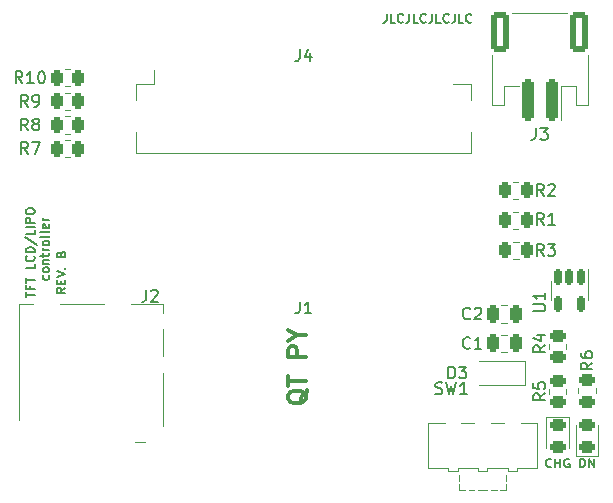
<source format=gbr>
%TF.GenerationSoftware,KiCad,Pcbnew,(6.0.6)*%
%TF.CreationDate,2022-12-14T10:50:40-06:00*%
%TF.ProjectId,Realm Card,5265616c-6d20-4436-9172-642e6b696361,A*%
%TF.SameCoordinates,Original*%
%TF.FileFunction,Legend,Top*%
%TF.FilePolarity,Positive*%
%FSLAX46Y46*%
G04 Gerber Fmt 4.6, Leading zero omitted, Abs format (unit mm)*
G04 Created by KiCad (PCBNEW (6.0.6)) date 2022-12-14 10:50:40*
%MOMM*%
%LPD*%
G01*
G04 APERTURE LIST*
G04 Aperture macros list*
%AMRoundRect*
0 Rectangle with rounded corners*
0 $1 Rounding radius*
0 $2 $3 $4 $5 $6 $7 $8 $9 X,Y pos of 4 corners*
0 Add a 4 corners polygon primitive as box body*
4,1,4,$2,$3,$4,$5,$6,$7,$8,$9,$2,$3,0*
0 Add four circle primitives for the rounded corners*
1,1,$1+$1,$2,$3*
1,1,$1+$1,$4,$5*
1,1,$1+$1,$6,$7*
1,1,$1+$1,$8,$9*
0 Add four rect primitives between the rounded corners*
20,1,$1+$1,$2,$3,$4,$5,0*
20,1,$1+$1,$4,$5,$6,$7,0*
20,1,$1+$1,$6,$7,$8,$9,0*
20,1,$1+$1,$8,$9,$2,$3,0*%
G04 Aperture macros list end*
%ADD10C,0.187500*%
%ADD11C,0.150000*%
%ADD12C,0.300000*%
%ADD13C,0.120000*%
%ADD14RoundRect,0.150000X-0.150000X0.512500X-0.150000X-0.512500X0.150000X-0.512500X0.150000X0.512500X0*%
%ADD15RoundRect,0.250000X-0.262500X-0.450000X0.262500X-0.450000X0.262500X0.450000X-0.262500X0.450000X0*%
%ADD16RoundRect,0.250000X0.262500X0.450000X-0.262500X0.450000X-0.262500X-0.450000X0.262500X-0.450000X0*%
%ADD17RoundRect,0.250000X-0.450000X0.262500X-0.450000X-0.262500X0.450000X-0.262500X0.450000X0.262500X0*%
%ADD18RoundRect,0.250000X-0.250000X-0.475000X0.250000X-0.475000X0.250000X0.475000X-0.250000X0.475000X0*%
%ADD19R,0.900000X1.200000*%
%ADD20RoundRect,0.243750X0.456250X-0.243750X0.456250X0.243750X-0.456250X0.243750X-0.456250X-0.243750X0*%
%ADD21R,0.850000X1.100000*%
%ADD22R,0.750000X1.100000*%
%ADD23R,1.200000X1.000000*%
%ADD24R,1.900000X1.350000*%
%ADD25R,1.170000X1.800000*%
%ADD26R,1.550000X1.350000*%
%ADD27RoundRect,0.250000X0.250000X1.500000X-0.250000X1.500000X-0.250000X-1.500000X0.250000X-1.500000X0*%
%ADD28RoundRect,0.250001X0.499999X1.449999X-0.499999X1.449999X-0.499999X-1.449999X0.499999X-1.449999X0*%
%ADD29C,0.900000*%
%ADD30R,1.250000X2.500000*%
%ADD31R,4.000000X1.700000*%
%ADD32R,0.300000X1.300000*%
%ADD33R,1.800000X2.200000*%
%ADD34RoundRect,0.243750X-0.456250X0.243750X-0.456250X-0.243750X0.456250X-0.243750X0.456250X0.243750X0*%
G04 APERTURE END LIST*
D10*
X48410714Y-39493285D02*
X48410714Y-38743285D01*
X48589285Y-38743285D01*
X48696428Y-38779000D01*
X48767857Y-38850428D01*
X48803571Y-38921857D01*
X48839285Y-39064714D01*
X48839285Y-39171857D01*
X48803571Y-39314714D01*
X48767857Y-39386142D01*
X48696428Y-39457571D01*
X48589285Y-39493285D01*
X48410714Y-39493285D01*
X49160714Y-39493285D02*
X49160714Y-38743285D01*
X49589285Y-39493285D01*
X49589285Y-38743285D01*
D11*
X32035714Y-1089285D02*
X32035714Y-1625000D01*
X32000000Y-1732142D01*
X31928571Y-1803571D01*
X31821428Y-1839285D01*
X31750000Y-1839285D01*
X32750000Y-1839285D02*
X32392857Y-1839285D01*
X32392857Y-1089285D01*
X33428571Y-1767857D02*
X33392857Y-1803571D01*
X33285714Y-1839285D01*
X33214285Y-1839285D01*
X33107142Y-1803571D01*
X33035714Y-1732142D01*
X33000000Y-1660714D01*
X32964285Y-1517857D01*
X32964285Y-1410714D01*
X33000000Y-1267857D01*
X33035714Y-1196428D01*
X33107142Y-1125000D01*
X33214285Y-1089285D01*
X33285714Y-1089285D01*
X33392857Y-1125000D01*
X33428571Y-1160714D01*
X33964285Y-1089285D02*
X33964285Y-1625000D01*
X33928571Y-1732142D01*
X33857142Y-1803571D01*
X33750000Y-1839285D01*
X33678571Y-1839285D01*
X34678571Y-1839285D02*
X34321428Y-1839285D01*
X34321428Y-1089285D01*
X35357142Y-1767857D02*
X35321428Y-1803571D01*
X35214285Y-1839285D01*
X35142857Y-1839285D01*
X35035714Y-1803571D01*
X34964285Y-1732142D01*
X34928571Y-1660714D01*
X34892857Y-1517857D01*
X34892857Y-1410714D01*
X34928571Y-1267857D01*
X34964285Y-1196428D01*
X35035714Y-1125000D01*
X35142857Y-1089285D01*
X35214285Y-1089285D01*
X35321428Y-1125000D01*
X35357142Y-1160714D01*
X35892857Y-1089285D02*
X35892857Y-1625000D01*
X35857142Y-1732142D01*
X35785714Y-1803571D01*
X35678571Y-1839285D01*
X35607142Y-1839285D01*
X36607142Y-1839285D02*
X36250000Y-1839285D01*
X36250000Y-1089285D01*
X37285714Y-1767857D02*
X37250000Y-1803571D01*
X37142857Y-1839285D01*
X37071428Y-1839285D01*
X36964285Y-1803571D01*
X36892857Y-1732142D01*
X36857142Y-1660714D01*
X36821428Y-1517857D01*
X36821428Y-1410714D01*
X36857142Y-1267857D01*
X36892857Y-1196428D01*
X36964285Y-1125000D01*
X37071428Y-1089285D01*
X37142857Y-1089285D01*
X37250000Y-1125000D01*
X37285714Y-1160714D01*
X37821428Y-1089285D02*
X37821428Y-1625000D01*
X37785714Y-1732142D01*
X37714285Y-1803571D01*
X37607142Y-1839285D01*
X37535714Y-1839285D01*
X38535714Y-1839285D02*
X38178571Y-1839285D01*
X38178571Y-1089285D01*
X39214285Y-1767857D02*
X39178571Y-1803571D01*
X39071428Y-1839285D01*
X39000000Y-1839285D01*
X38892857Y-1803571D01*
X38821428Y-1732142D01*
X38785714Y-1660714D01*
X38750000Y-1517857D01*
X38750000Y-1410714D01*
X38785714Y-1267857D01*
X38821428Y-1196428D01*
X38892857Y-1125000D01*
X39000000Y-1089285D01*
X39071428Y-1089285D01*
X39178571Y-1125000D01*
X39214285Y-1160714D01*
D12*
X25321428Y-32964285D02*
X25250000Y-33107142D01*
X25107142Y-33250000D01*
X24892857Y-33464285D01*
X24821428Y-33607142D01*
X24821428Y-33750000D01*
X25178571Y-33678571D02*
X25107142Y-33821428D01*
X24964285Y-33964285D01*
X24678571Y-34035714D01*
X24178571Y-34035714D01*
X23892857Y-33964285D01*
X23750000Y-33821428D01*
X23678571Y-33678571D01*
X23678571Y-33392857D01*
X23750000Y-33250000D01*
X23892857Y-33107142D01*
X24178571Y-33035714D01*
X24678571Y-33035714D01*
X24964285Y-33107142D01*
X25107142Y-33250000D01*
X25178571Y-33392857D01*
X25178571Y-33678571D01*
X23678571Y-32607142D02*
X23678571Y-31750000D01*
X25178571Y-32178571D02*
X23678571Y-32178571D01*
X25178571Y-30107142D02*
X23678571Y-30107142D01*
X23678571Y-29535714D01*
X23750000Y-29392857D01*
X23821428Y-29321428D01*
X23964285Y-29250000D01*
X24178571Y-29250000D01*
X24321428Y-29321428D01*
X24392857Y-29392857D01*
X24464285Y-29535714D01*
X24464285Y-30107142D01*
X24464285Y-28321428D02*
X25178571Y-28321428D01*
X23678571Y-28821428D02*
X24464285Y-28321428D01*
X23678571Y-27821428D01*
D10*
X1485535Y-25089285D02*
X1485535Y-24660714D01*
X2235535Y-24875000D02*
X1485535Y-24875000D01*
X1842678Y-24160714D02*
X1842678Y-24410714D01*
X2235535Y-24410714D02*
X1485535Y-24410714D01*
X1485535Y-24053571D01*
X1485535Y-23875000D02*
X1485535Y-23446428D01*
X2235535Y-23660714D02*
X1485535Y-23660714D01*
X2235535Y-22267857D02*
X2235535Y-22625000D01*
X1485535Y-22625000D01*
X2164107Y-21589285D02*
X2199821Y-21625000D01*
X2235535Y-21732142D01*
X2235535Y-21803571D01*
X2199821Y-21910714D01*
X2128392Y-21982142D01*
X2056964Y-22017857D01*
X1914107Y-22053571D01*
X1806964Y-22053571D01*
X1664107Y-22017857D01*
X1592678Y-21982142D01*
X1521250Y-21910714D01*
X1485535Y-21803571D01*
X1485535Y-21732142D01*
X1521250Y-21625000D01*
X1556964Y-21589285D01*
X2235535Y-21267857D02*
X1485535Y-21267857D01*
X1485535Y-21089285D01*
X1521250Y-20982142D01*
X1592678Y-20910714D01*
X1664107Y-20875000D01*
X1806964Y-20839285D01*
X1914107Y-20839285D01*
X2056964Y-20875000D01*
X2128392Y-20910714D01*
X2199821Y-20982142D01*
X2235535Y-21089285D01*
X2235535Y-21267857D01*
X1449821Y-19982142D02*
X2414107Y-20625000D01*
X2235535Y-19375000D02*
X2235535Y-19732142D01*
X1485535Y-19732142D01*
X2235535Y-19125000D02*
X1485535Y-19125000D01*
X2235535Y-18767857D02*
X1485535Y-18767857D01*
X1485535Y-18482142D01*
X1521250Y-18410714D01*
X1556964Y-18375000D01*
X1628392Y-18339285D01*
X1735535Y-18339285D01*
X1806964Y-18375000D01*
X1842678Y-18410714D01*
X1878392Y-18482142D01*
X1878392Y-18767857D01*
X1485535Y-17875000D02*
X1485535Y-17732142D01*
X1521250Y-17660714D01*
X1592678Y-17589285D01*
X1735535Y-17553571D01*
X1985535Y-17553571D01*
X2128392Y-17589285D01*
X2199821Y-17660714D01*
X2235535Y-17732142D01*
X2235535Y-17875000D01*
X2199821Y-17946428D01*
X2128392Y-18017857D01*
X1985535Y-18053571D01*
X1735535Y-18053571D01*
X1592678Y-18017857D01*
X1521250Y-17946428D01*
X1485535Y-17875000D01*
X3407321Y-23232142D02*
X3443035Y-23303571D01*
X3443035Y-23446428D01*
X3407321Y-23517857D01*
X3371607Y-23553571D01*
X3300178Y-23589285D01*
X3085892Y-23589285D01*
X3014464Y-23553571D01*
X2978750Y-23517857D01*
X2943035Y-23446428D01*
X2943035Y-23303571D01*
X2978750Y-23232142D01*
X3443035Y-22803571D02*
X3407321Y-22875000D01*
X3371607Y-22910714D01*
X3300178Y-22946428D01*
X3085892Y-22946428D01*
X3014464Y-22910714D01*
X2978750Y-22875000D01*
X2943035Y-22803571D01*
X2943035Y-22696428D01*
X2978750Y-22625000D01*
X3014464Y-22589285D01*
X3085892Y-22553571D01*
X3300178Y-22553571D01*
X3371607Y-22589285D01*
X3407321Y-22625000D01*
X3443035Y-22696428D01*
X3443035Y-22803571D01*
X2943035Y-22232142D02*
X3443035Y-22232142D01*
X3014464Y-22232142D02*
X2978750Y-22196428D01*
X2943035Y-22125000D01*
X2943035Y-22017857D01*
X2978750Y-21946428D01*
X3050178Y-21910714D01*
X3443035Y-21910714D01*
X2943035Y-21660714D02*
X2943035Y-21375000D01*
X2693035Y-21553571D02*
X3335892Y-21553571D01*
X3407321Y-21517857D01*
X3443035Y-21446428D01*
X3443035Y-21375000D01*
X3443035Y-21125000D02*
X2943035Y-21125000D01*
X3085892Y-21125000D02*
X3014464Y-21089285D01*
X2978750Y-21053571D01*
X2943035Y-20982142D01*
X2943035Y-20910714D01*
X3443035Y-20553571D02*
X3407321Y-20625000D01*
X3371607Y-20660714D01*
X3300178Y-20696428D01*
X3085892Y-20696428D01*
X3014464Y-20660714D01*
X2978750Y-20625000D01*
X2943035Y-20553571D01*
X2943035Y-20446428D01*
X2978750Y-20375000D01*
X3014464Y-20339285D01*
X3085892Y-20303571D01*
X3300178Y-20303571D01*
X3371607Y-20339285D01*
X3407321Y-20375000D01*
X3443035Y-20446428D01*
X3443035Y-20553571D01*
X3443035Y-19875000D02*
X3407321Y-19946428D01*
X3335892Y-19982142D01*
X2693035Y-19982142D01*
X3443035Y-19482142D02*
X3407321Y-19553571D01*
X3335892Y-19589285D01*
X2693035Y-19589285D01*
X3407321Y-18910714D02*
X3443035Y-18982142D01*
X3443035Y-19125000D01*
X3407321Y-19196428D01*
X3335892Y-19232142D01*
X3050178Y-19232142D01*
X2978750Y-19196428D01*
X2943035Y-19125000D01*
X2943035Y-18982142D01*
X2978750Y-18910714D01*
X3050178Y-18875000D01*
X3121607Y-18875000D01*
X3193035Y-19232142D01*
X3443035Y-18553571D02*
X2943035Y-18553571D01*
X3085892Y-18553571D02*
X3014464Y-18517857D01*
X2978750Y-18482142D01*
X2943035Y-18410714D01*
X2943035Y-18339285D01*
D11*
X4839285Y-24267857D02*
X4482142Y-24517857D01*
X4839285Y-24696428D02*
X4089285Y-24696428D01*
X4089285Y-24410714D01*
X4125000Y-24339285D01*
X4160714Y-24303571D01*
X4232142Y-24267857D01*
X4339285Y-24267857D01*
X4410714Y-24303571D01*
X4446428Y-24339285D01*
X4482142Y-24410714D01*
X4482142Y-24696428D01*
X4446428Y-23946428D02*
X4446428Y-23696428D01*
X4839285Y-23589285D02*
X4839285Y-23946428D01*
X4089285Y-23946428D01*
X4089285Y-23589285D01*
X4089285Y-23375000D02*
X4839285Y-23125000D01*
X4089285Y-22875000D01*
X4767857Y-22625000D02*
X4803571Y-22589285D01*
X4839285Y-22625000D01*
X4803571Y-22660714D01*
X4767857Y-22625000D01*
X4839285Y-22625000D01*
X4446428Y-21446428D02*
X4482142Y-21339285D01*
X4517857Y-21303571D01*
X4589285Y-21267857D01*
X4696428Y-21267857D01*
X4767857Y-21303571D01*
X4803571Y-21339285D01*
X4839285Y-21410714D01*
X4839285Y-21696428D01*
X4089285Y-21696428D01*
X4089285Y-21446428D01*
X4125000Y-21375000D01*
X4160714Y-21339285D01*
X4232142Y-21303571D01*
X4303571Y-21303571D01*
X4375000Y-21339285D01*
X4410714Y-21375000D01*
X4446428Y-21446428D01*
X4446428Y-21696428D01*
D10*
X45984285Y-39421857D02*
X45948571Y-39457571D01*
X45841428Y-39493285D01*
X45770000Y-39493285D01*
X45662857Y-39457571D01*
X45591428Y-39386142D01*
X45555714Y-39314714D01*
X45520000Y-39171857D01*
X45520000Y-39064714D01*
X45555714Y-38921857D01*
X45591428Y-38850428D01*
X45662857Y-38779000D01*
X45770000Y-38743285D01*
X45841428Y-38743285D01*
X45948571Y-38779000D01*
X45984285Y-38814714D01*
X46305714Y-39493285D02*
X46305714Y-38743285D01*
X46305714Y-39100428D02*
X46734285Y-39100428D01*
X46734285Y-39493285D02*
X46734285Y-38743285D01*
X47484285Y-38779000D02*
X47412857Y-38743285D01*
X47305714Y-38743285D01*
X47198571Y-38779000D01*
X47127142Y-38850428D01*
X47091428Y-38921857D01*
X47055714Y-39064714D01*
X47055714Y-39171857D01*
X47091428Y-39314714D01*
X47127142Y-39386142D01*
X47198571Y-39457571D01*
X47305714Y-39493285D01*
X47377142Y-39493285D01*
X47484285Y-39457571D01*
X47520000Y-39421857D01*
X47520000Y-39171857D01*
X47377142Y-39171857D01*
D11*
%TO.C,U1*%
X44452380Y-26261904D02*
X45261904Y-26261904D01*
X45357142Y-26214285D01*
X45404761Y-26166666D01*
X45452380Y-26071428D01*
X45452380Y-25880952D01*
X45404761Y-25785714D01*
X45357142Y-25738095D01*
X45261904Y-25690476D01*
X44452380Y-25690476D01*
X45452380Y-24690476D02*
X45452380Y-25261904D01*
X45452380Y-24976190D02*
X44452380Y-24976190D01*
X44595238Y-25071428D01*
X44690476Y-25166666D01*
X44738095Y-25261904D01*
%TO.C,R3*%
X45333333Y-21572380D02*
X45000000Y-21096190D01*
X44761904Y-21572380D02*
X44761904Y-20572380D01*
X45142857Y-20572380D01*
X45238095Y-20620000D01*
X45285714Y-20667619D01*
X45333333Y-20762857D01*
X45333333Y-20905714D01*
X45285714Y-21000952D01*
X45238095Y-21048571D01*
X45142857Y-21096190D01*
X44761904Y-21096190D01*
X45666666Y-20572380D02*
X46285714Y-20572380D01*
X45952380Y-20953333D01*
X46095238Y-20953333D01*
X46190476Y-21000952D01*
X46238095Y-21048571D01*
X46285714Y-21143809D01*
X46285714Y-21381904D01*
X46238095Y-21477142D01*
X46190476Y-21524761D01*
X46095238Y-21572380D01*
X45809523Y-21572380D01*
X45714285Y-21524761D01*
X45666666Y-21477142D01*
%TO.C,R1*%
X45333333Y-18952380D02*
X45000000Y-18476190D01*
X44761904Y-18952380D02*
X44761904Y-17952380D01*
X45142857Y-17952380D01*
X45238095Y-18000000D01*
X45285714Y-18047619D01*
X45333333Y-18142857D01*
X45333333Y-18285714D01*
X45285714Y-18380952D01*
X45238095Y-18428571D01*
X45142857Y-18476190D01*
X44761904Y-18476190D01*
X46285714Y-18952380D02*
X45714285Y-18952380D01*
X46000000Y-18952380D02*
X46000000Y-17952380D01*
X45904761Y-18095238D01*
X45809523Y-18190476D01*
X45714285Y-18238095D01*
%TO.C,R4*%
X45452380Y-29166666D02*
X44976190Y-29500000D01*
X45452380Y-29738095D02*
X44452380Y-29738095D01*
X44452380Y-29357142D01*
X44500000Y-29261904D01*
X44547619Y-29214285D01*
X44642857Y-29166666D01*
X44785714Y-29166666D01*
X44880952Y-29214285D01*
X44928571Y-29261904D01*
X44976190Y-29357142D01*
X44976190Y-29738095D01*
X44785714Y-28309523D02*
X45452380Y-28309523D01*
X44404761Y-28547619D02*
X45119047Y-28785714D01*
X45119047Y-28166666D01*
%TO.C,R9*%
X1658333Y-8952380D02*
X1325000Y-8476190D01*
X1086904Y-8952380D02*
X1086904Y-7952380D01*
X1467857Y-7952380D01*
X1563095Y-8000000D01*
X1610714Y-8047619D01*
X1658333Y-8142857D01*
X1658333Y-8285714D01*
X1610714Y-8380952D01*
X1563095Y-8428571D01*
X1467857Y-8476190D01*
X1086904Y-8476190D01*
X2134523Y-8952380D02*
X2325000Y-8952380D01*
X2420238Y-8904761D01*
X2467857Y-8857142D01*
X2563095Y-8714285D01*
X2610714Y-8523809D01*
X2610714Y-8142857D01*
X2563095Y-8047619D01*
X2515476Y-8000000D01*
X2420238Y-7952380D01*
X2229761Y-7952380D01*
X2134523Y-8000000D01*
X2086904Y-8047619D01*
X2039285Y-8142857D01*
X2039285Y-8380952D01*
X2086904Y-8476190D01*
X2134523Y-8523809D01*
X2229761Y-8571428D01*
X2420238Y-8571428D01*
X2515476Y-8523809D01*
X2563095Y-8476190D01*
X2610714Y-8380952D01*
%TO.C,C1*%
X39105333Y-29357142D02*
X39057714Y-29404761D01*
X38914857Y-29452380D01*
X38819619Y-29452380D01*
X38676761Y-29404761D01*
X38581523Y-29309523D01*
X38533904Y-29214285D01*
X38486285Y-29023809D01*
X38486285Y-28880952D01*
X38533904Y-28690476D01*
X38581523Y-28595238D01*
X38676761Y-28500000D01*
X38819619Y-28452380D01*
X38914857Y-28452380D01*
X39057714Y-28500000D01*
X39105333Y-28547619D01*
X40057714Y-29452380D02*
X39486285Y-29452380D01*
X39772000Y-29452380D02*
X39772000Y-28452380D01*
X39676761Y-28595238D01*
X39581523Y-28690476D01*
X39486285Y-28738095D01*
%TO.C,R10*%
X1182142Y-6952380D02*
X848809Y-6476190D01*
X610714Y-6952380D02*
X610714Y-5952380D01*
X991666Y-5952380D01*
X1086904Y-6000000D01*
X1134523Y-6047619D01*
X1182142Y-6142857D01*
X1182142Y-6285714D01*
X1134523Y-6380952D01*
X1086904Y-6428571D01*
X991666Y-6476190D01*
X610714Y-6476190D01*
X2134523Y-6952380D02*
X1563095Y-6952380D01*
X1848809Y-6952380D02*
X1848809Y-5952380D01*
X1753571Y-6095238D01*
X1658333Y-6190476D01*
X1563095Y-6238095D01*
X2753571Y-5952380D02*
X2848809Y-5952380D01*
X2944047Y-6000000D01*
X2991666Y-6047619D01*
X3039285Y-6142857D01*
X3086904Y-6333333D01*
X3086904Y-6571428D01*
X3039285Y-6761904D01*
X2991666Y-6857142D01*
X2944047Y-6904761D01*
X2848809Y-6952380D01*
X2753571Y-6952380D01*
X2658333Y-6904761D01*
X2610714Y-6857142D01*
X2563095Y-6761904D01*
X2515476Y-6571428D01*
X2515476Y-6333333D01*
X2563095Y-6142857D01*
X2610714Y-6047619D01*
X2658333Y-6000000D01*
X2753571Y-5952380D01*
%TO.C,D3*%
X37261904Y-31952380D02*
X37261904Y-30952380D01*
X37500000Y-30952380D01*
X37642857Y-31000000D01*
X37738095Y-31095238D01*
X37785714Y-31190476D01*
X37833333Y-31380952D01*
X37833333Y-31523809D01*
X37785714Y-31714285D01*
X37738095Y-31809523D01*
X37642857Y-31904761D01*
X37500000Y-31952380D01*
X37261904Y-31952380D01*
X38166666Y-30952380D02*
X38785714Y-30952380D01*
X38452380Y-31333333D01*
X38595238Y-31333333D01*
X38690476Y-31380952D01*
X38738095Y-31428571D01*
X38785714Y-31523809D01*
X38785714Y-31761904D01*
X38738095Y-31857142D01*
X38690476Y-31904761D01*
X38595238Y-31952380D01*
X38309523Y-31952380D01*
X38214285Y-31904761D01*
X38166666Y-31857142D01*
%TO.C,R7*%
X1658333Y-12952380D02*
X1325000Y-12476190D01*
X1086904Y-12952380D02*
X1086904Y-11952380D01*
X1467857Y-11952380D01*
X1563095Y-12000000D01*
X1610714Y-12047619D01*
X1658333Y-12142857D01*
X1658333Y-12285714D01*
X1610714Y-12380952D01*
X1563095Y-12428571D01*
X1467857Y-12476190D01*
X1086904Y-12476190D01*
X1991666Y-11952380D02*
X2658333Y-11952380D01*
X2229761Y-12952380D01*
%TO.C,J2*%
X11666666Y-24452380D02*
X11666666Y-25166666D01*
X11619047Y-25309523D01*
X11523809Y-25404761D01*
X11380952Y-25452380D01*
X11285714Y-25452380D01*
X12095238Y-24547619D02*
X12142857Y-24500000D01*
X12238095Y-24452380D01*
X12476190Y-24452380D01*
X12571428Y-24500000D01*
X12619047Y-24547619D01*
X12666666Y-24642857D01*
X12666666Y-24738095D01*
X12619047Y-24880952D01*
X12047619Y-25452380D01*
X12666666Y-25452380D01*
%TO.C,R8*%
X1658333Y-10952380D02*
X1325000Y-10476190D01*
X1086904Y-10952380D02*
X1086904Y-9952380D01*
X1467857Y-9952380D01*
X1563095Y-10000000D01*
X1610714Y-10047619D01*
X1658333Y-10142857D01*
X1658333Y-10285714D01*
X1610714Y-10380952D01*
X1563095Y-10428571D01*
X1467857Y-10476190D01*
X1086904Y-10476190D01*
X2229761Y-10380952D02*
X2134523Y-10333333D01*
X2086904Y-10285714D01*
X2039285Y-10190476D01*
X2039285Y-10142857D01*
X2086904Y-10047619D01*
X2134523Y-10000000D01*
X2229761Y-9952380D01*
X2420238Y-9952380D01*
X2515476Y-10000000D01*
X2563095Y-10047619D01*
X2610714Y-10142857D01*
X2610714Y-10190476D01*
X2563095Y-10285714D01*
X2515476Y-10333333D01*
X2420238Y-10380952D01*
X2229761Y-10380952D01*
X2134523Y-10428571D01*
X2086904Y-10476190D01*
X2039285Y-10571428D01*
X2039285Y-10761904D01*
X2086904Y-10857142D01*
X2134523Y-10904761D01*
X2229761Y-10952380D01*
X2420238Y-10952380D01*
X2515476Y-10904761D01*
X2563095Y-10857142D01*
X2610714Y-10761904D01*
X2610714Y-10571428D01*
X2563095Y-10476190D01*
X2515476Y-10428571D01*
X2420238Y-10380952D01*
%TO.C,R5*%
X45452380Y-33224666D02*
X44976190Y-33558000D01*
X45452380Y-33796095D02*
X44452380Y-33796095D01*
X44452380Y-33415142D01*
X44500000Y-33319904D01*
X44547619Y-33272285D01*
X44642857Y-33224666D01*
X44785714Y-33224666D01*
X44880952Y-33272285D01*
X44928571Y-33319904D01*
X44976190Y-33415142D01*
X44976190Y-33796095D01*
X44452380Y-32319904D02*
X44452380Y-32796095D01*
X44928571Y-32843714D01*
X44880952Y-32796095D01*
X44833333Y-32700857D01*
X44833333Y-32462761D01*
X44880952Y-32367523D01*
X44928571Y-32319904D01*
X45023809Y-32272285D01*
X45261904Y-32272285D01*
X45357142Y-32319904D01*
X45404761Y-32367523D01*
X45452380Y-32462761D01*
X45452380Y-32700857D01*
X45404761Y-32796095D01*
X45357142Y-32843714D01*
%TO.C,J3*%
X44666666Y-10752380D02*
X44666666Y-11466666D01*
X44619047Y-11609523D01*
X44523809Y-11704761D01*
X44380952Y-11752380D01*
X44285714Y-11752380D01*
X45047619Y-10752380D02*
X45666666Y-10752380D01*
X45333333Y-11133333D01*
X45476190Y-11133333D01*
X45571428Y-11180952D01*
X45619047Y-11228571D01*
X45666666Y-11323809D01*
X45666666Y-11561904D01*
X45619047Y-11657142D01*
X45571428Y-11704761D01*
X45476190Y-11752380D01*
X45190476Y-11752380D01*
X45095238Y-11704761D01*
X45047619Y-11657142D01*
%TO.C,SW1*%
X36166666Y-33234761D02*
X36309523Y-33282380D01*
X36547619Y-33282380D01*
X36642857Y-33234761D01*
X36690476Y-33187142D01*
X36738095Y-33091904D01*
X36738095Y-32996666D01*
X36690476Y-32901428D01*
X36642857Y-32853809D01*
X36547619Y-32806190D01*
X36357142Y-32758571D01*
X36261904Y-32710952D01*
X36214285Y-32663333D01*
X36166666Y-32568095D01*
X36166666Y-32472857D01*
X36214285Y-32377619D01*
X36261904Y-32330000D01*
X36357142Y-32282380D01*
X36595238Y-32282380D01*
X36738095Y-32330000D01*
X37071428Y-32282380D02*
X37309523Y-33282380D01*
X37500000Y-32568095D01*
X37690476Y-33282380D01*
X37928571Y-32282380D01*
X38833333Y-33282380D02*
X38261904Y-33282380D01*
X38547619Y-33282380D02*
X38547619Y-32282380D01*
X38452380Y-32425238D01*
X38357142Y-32520476D01*
X38261904Y-32568095D01*
%TO.C,J1*%
X24666666Y-25452380D02*
X24666666Y-26166666D01*
X24619047Y-26309523D01*
X24523809Y-26404761D01*
X24380952Y-26452380D01*
X24285714Y-26452380D01*
X25666666Y-26452380D02*
X25095238Y-26452380D01*
X25380952Y-26452380D02*
X25380952Y-25452380D01*
X25285714Y-25595238D01*
X25190476Y-25690476D01*
X25095238Y-25738095D01*
%TO.C,R2*%
X45333333Y-16492380D02*
X45000000Y-16016190D01*
X44761904Y-16492380D02*
X44761904Y-15492380D01*
X45142857Y-15492380D01*
X45238095Y-15540000D01*
X45285714Y-15587619D01*
X45333333Y-15682857D01*
X45333333Y-15825714D01*
X45285714Y-15920952D01*
X45238095Y-15968571D01*
X45142857Y-16016190D01*
X44761904Y-16016190D01*
X45714285Y-15587619D02*
X45761904Y-15540000D01*
X45857142Y-15492380D01*
X46095238Y-15492380D01*
X46190476Y-15540000D01*
X46238095Y-15587619D01*
X46285714Y-15682857D01*
X46285714Y-15778095D01*
X46238095Y-15920952D01*
X45666666Y-16492380D01*
X46285714Y-16492380D01*
%TO.C,C2*%
X39105333Y-26857142D02*
X39057714Y-26904761D01*
X38914857Y-26952380D01*
X38819619Y-26952380D01*
X38676761Y-26904761D01*
X38581523Y-26809523D01*
X38533904Y-26714285D01*
X38486285Y-26523809D01*
X38486285Y-26380952D01*
X38533904Y-26190476D01*
X38581523Y-26095238D01*
X38676761Y-26000000D01*
X38819619Y-25952380D01*
X38914857Y-25952380D01*
X39057714Y-26000000D01*
X39105333Y-26047619D01*
X39486285Y-26047619D02*
X39533904Y-26000000D01*
X39629142Y-25952380D01*
X39867238Y-25952380D01*
X39962476Y-26000000D01*
X40010095Y-26047619D01*
X40057714Y-26142857D01*
X40057714Y-26238095D01*
X40010095Y-26380952D01*
X39438666Y-26952380D01*
X40057714Y-26952380D01*
%TO.C,J4*%
X24666666Y-4092380D02*
X24666666Y-4806666D01*
X24619047Y-4949523D01*
X24523809Y-5044761D01*
X24380952Y-5092380D01*
X24285714Y-5092380D01*
X25571428Y-4425714D02*
X25571428Y-5092380D01*
X25333333Y-4044761D02*
X25095238Y-4759047D01*
X25714285Y-4759047D01*
%TO.C,R6*%
X49452380Y-30626666D02*
X48976190Y-30960000D01*
X49452380Y-31198095D02*
X48452380Y-31198095D01*
X48452380Y-30817142D01*
X48500000Y-30721904D01*
X48547619Y-30674285D01*
X48642857Y-30626666D01*
X48785714Y-30626666D01*
X48880952Y-30674285D01*
X48928571Y-30721904D01*
X48976190Y-30817142D01*
X48976190Y-31198095D01*
X48452380Y-29769523D02*
X48452380Y-29960000D01*
X48500000Y-30055238D01*
X48547619Y-30102857D01*
X48690476Y-30198095D01*
X48880952Y-30245714D01*
X49261904Y-30245714D01*
X49357142Y-30198095D01*
X49404761Y-30150476D01*
X49452380Y-30055238D01*
X49452380Y-29864761D01*
X49404761Y-29769523D01*
X49357142Y-29721904D01*
X49261904Y-29674285D01*
X49023809Y-29674285D01*
X48928571Y-29721904D01*
X48880952Y-29769523D01*
X48833333Y-29864761D01*
X48833333Y-30055238D01*
X48880952Y-30150476D01*
X48928571Y-30198095D01*
X49023809Y-30245714D01*
D13*
%TO.C,U1*%
X45940000Y-24500000D02*
X45940000Y-23700000D01*
X49060000Y-24500000D02*
X49060000Y-25300000D01*
X45940000Y-24500000D02*
X45940000Y-25300000D01*
X49060000Y-24500000D02*
X49060000Y-22700000D01*
%TO.C,R3*%
X42772936Y-20385000D02*
X43227064Y-20385000D01*
X42772936Y-21855000D02*
X43227064Y-21855000D01*
%TO.C,R1*%
X43189564Y-19315000D02*
X42735436Y-19315000D01*
X43189564Y-17845000D02*
X42735436Y-17845000D01*
%TO.C,R4*%
X45765000Y-29020936D02*
X45765000Y-29475064D01*
X47235000Y-29020936D02*
X47235000Y-29475064D01*
%TO.C,R9*%
X4772936Y-9235000D02*
X5227064Y-9235000D01*
X4772936Y-7765000D02*
X5227064Y-7765000D01*
%TO.C,C1*%
X41738748Y-28265000D02*
X42261252Y-28265000D01*
X41738748Y-29735000D02*
X42261252Y-29735000D01*
%TO.C,R10*%
X4772936Y-5765000D02*
X5227064Y-5765000D01*
X4772936Y-7235000D02*
X5227064Y-7235000D01*
%TO.C,D3*%
X43750000Y-30500000D02*
X39850000Y-30500000D01*
X43750000Y-32500000D02*
X39850000Y-32500000D01*
X43750000Y-32500000D02*
X43750000Y-30500000D01*
%TO.C,R7*%
X4772936Y-13235000D02*
X5227064Y-13235000D01*
X4772936Y-11765000D02*
X5227064Y-11765000D01*
%TO.C,D2*%
X48040000Y-38553000D02*
X49960000Y-38553000D01*
X49960000Y-38553000D02*
X49960000Y-35868000D01*
X48040000Y-35868000D02*
X48040000Y-38553000D01*
%TO.C,J2*%
X11590000Y-37320000D02*
X10730000Y-37320000D01*
X890000Y-25680000D02*
X890000Y-35500000D01*
X13070000Y-35950000D02*
X13070000Y-31500000D01*
X13070000Y-30100000D02*
X13070000Y-27800000D01*
X8090000Y-25680000D02*
X4420000Y-25680000D01*
X13070000Y-25680000D02*
X10390000Y-25680000D01*
X13070000Y-26400000D02*
X13070000Y-25680000D01*
X2120000Y-25680000D02*
X890000Y-25680000D01*
%TO.C,R8*%
X4772936Y-11235000D02*
X5227064Y-11235000D01*
X4772936Y-9765000D02*
X5227064Y-9765000D01*
%TO.C,R5*%
X45765000Y-32830936D02*
X45765000Y-33285064D01*
X47235000Y-32830936D02*
X47235000Y-33285064D01*
%TO.C,J3*%
X49060000Y-4560000D02*
X49060000Y-8810000D01*
X49060000Y-8810000D02*
X48040000Y-8810000D01*
X48040000Y-7210000D02*
X46760000Y-7210000D01*
X41960000Y-7210000D02*
X43240000Y-7210000D01*
X48040000Y-8810000D02*
X48040000Y-7210000D01*
X40940000Y-4560000D02*
X40940000Y-8810000D01*
X46760000Y-7210000D02*
X46760000Y-10100000D01*
X47340000Y-990000D02*
X42660000Y-990000D01*
X41960000Y-8810000D02*
X41960000Y-7210000D01*
X40940000Y-8810000D02*
X41960000Y-8810000D01*
%TO.C,SW1*%
X38170000Y-41430000D02*
X38670000Y-41430000D01*
X35570000Y-39530000D02*
X35570000Y-39530000D01*
X38070000Y-39830000D02*
X37270000Y-39830000D01*
X38170000Y-40930000D02*
X38170000Y-40930000D01*
X39770000Y-39830000D02*
X39770000Y-39530000D01*
X44770000Y-39530000D02*
X43070000Y-39530000D01*
X40570000Y-39530000D02*
X40570000Y-39830000D01*
X38170000Y-41430000D02*
X38170000Y-40930000D01*
X39770000Y-39530000D02*
X38070000Y-39530000D01*
X43070000Y-39830000D02*
X42270000Y-39830000D01*
X43370000Y-35730000D02*
X44770000Y-35730000D01*
X42170000Y-41430000D02*
X41670000Y-41430000D01*
X40870000Y-35730000D02*
X40870000Y-35730000D01*
X38670000Y-41430000D02*
X38670000Y-41430000D01*
X38970000Y-41430000D02*
X39470000Y-41430000D01*
X37270000Y-39830000D02*
X37270000Y-39530000D01*
X37270000Y-39530000D02*
X35570000Y-39530000D01*
X42170000Y-40930000D02*
X42170000Y-40930000D01*
X40870000Y-41430000D02*
X40870000Y-41430000D01*
X38170000Y-40630000D02*
X38170000Y-40130000D01*
X38370000Y-35730000D02*
X38370000Y-35730000D01*
X38170000Y-40130000D02*
X38170000Y-40130000D01*
X39770000Y-41430000D02*
X39770000Y-41430000D01*
X41970000Y-35730000D02*
X40870000Y-35730000D01*
X41670000Y-41430000D02*
X41670000Y-41430000D01*
X42270000Y-39830000D02*
X42270000Y-39530000D01*
X41370000Y-41430000D02*
X40870000Y-41430000D01*
X35570000Y-35730000D02*
X36970000Y-35730000D01*
X39470000Y-41430000D02*
X39470000Y-41430000D01*
X42170000Y-40630000D02*
X42170000Y-40130000D01*
X35570000Y-39530000D02*
X35570000Y-35730000D01*
X38070000Y-39530000D02*
X38070000Y-39830000D01*
X43070000Y-39530000D02*
X43070000Y-39830000D01*
X42170000Y-40130000D02*
X42170000Y-40130000D01*
X44770000Y-35730000D02*
X44770000Y-39530000D01*
X39470000Y-35730000D02*
X38370000Y-35730000D01*
X42270000Y-39530000D02*
X40570000Y-39530000D01*
X40570000Y-39830000D02*
X39770000Y-39830000D01*
X40570000Y-41430000D02*
X39770000Y-41430000D01*
X42170000Y-41430000D02*
X42170000Y-40930000D01*
%TO.C,R2*%
X42735436Y-15305000D02*
X43189564Y-15305000D01*
X42735436Y-16775000D02*
X43189564Y-16775000D01*
%TO.C,C2*%
X41738748Y-27235000D02*
X42261252Y-27235000D01*
X41738748Y-25765000D02*
X42261252Y-25765000D01*
%TO.C,J4*%
X12340000Y-7040000D02*
X10850000Y-7040000D01*
X39150000Y-7040000D02*
X39150000Y-8380000D01*
X10850000Y-11100000D02*
X10850000Y-12840000D01*
X10850000Y-7040000D02*
X10850000Y-8380000D01*
X12340000Y-7040000D02*
X12340000Y-5840000D01*
X39150000Y-12840000D02*
X39150000Y-11100000D01*
X37660000Y-7040000D02*
X39150000Y-7040000D01*
X10850000Y-12840000D02*
X39150000Y-12840000D01*
%TO.C,D1*%
X47460000Y-35183000D02*
X45540000Y-35183000D01*
X45540000Y-35183000D02*
X45540000Y-37868000D01*
X47460000Y-37868000D02*
X47460000Y-35183000D01*
%TO.C,R6*%
X48265000Y-32772936D02*
X48265000Y-33227064D01*
X49735000Y-32772936D02*
X49735000Y-33227064D01*
%TD*%
%LPC*%
D14*
%TO.C,U1*%
X48450000Y-23362500D03*
X47500000Y-23362500D03*
X46550000Y-23362500D03*
X46550000Y-25637500D03*
X48450000Y-25637500D03*
%TD*%
D15*
%TO.C,R3*%
X42087500Y-21120000D03*
X43912500Y-21120000D03*
%TD*%
D16*
%TO.C,R1*%
X43875000Y-18580000D03*
X42050000Y-18580000D03*
%TD*%
D17*
%TO.C,R4*%
X46500000Y-28335500D03*
X46500000Y-30160500D03*
%TD*%
D15*
%TO.C,R9*%
X4087500Y-8500000D03*
X5912500Y-8500000D03*
%TD*%
D18*
%TO.C,C1*%
X41050000Y-29000000D03*
X42950000Y-29000000D03*
%TD*%
D15*
%TO.C,R10*%
X4087500Y-6500000D03*
X5912500Y-6500000D03*
%TD*%
D19*
%TO.C,D3*%
X43150000Y-31500000D03*
X39850000Y-31500000D03*
%TD*%
D15*
%TO.C,R7*%
X4087500Y-12500000D03*
X5912500Y-12500000D03*
%TD*%
D20*
%TO.C,D2*%
X49000000Y-37805500D03*
X49000000Y-35930500D03*
%TD*%
D21*
%TO.C,J2*%
X10105000Y-36950000D03*
X9005000Y-36950000D03*
X7905000Y-36950000D03*
X6805000Y-36950000D03*
X5705000Y-36950000D03*
X4605000Y-36950000D03*
X3505000Y-36950000D03*
D22*
X2455000Y-36950000D03*
D23*
X12740000Y-30800000D03*
X12740000Y-27100000D03*
D24*
X3270000Y-26125000D03*
D25*
X1245000Y-36600000D03*
D26*
X12565000Y-36825000D03*
D24*
X9240000Y-26125000D03*
%TD*%
D15*
%TO.C,R8*%
X4087500Y-10500000D03*
X5912500Y-10500000D03*
%TD*%
D17*
%TO.C,R5*%
X46500000Y-32145500D03*
X46500000Y-33970500D03*
%TD*%
D27*
%TO.C,J3*%
X46000000Y-8350000D03*
X44000000Y-8350000D03*
D28*
X48350000Y-2600000D03*
X41650000Y-2600000D03*
%TD*%
D29*
%TO.C,SW1*%
X43570000Y-37630000D03*
X36770000Y-37630000D03*
D30*
X37670000Y-34880000D03*
X40170000Y-34880000D03*
X42670000Y-34880000D03*
%TD*%
D31*
%TO.C,J1*%
X16380000Y-22380000D03*
X16380000Y-24920000D03*
X16380000Y-27460000D03*
X16380000Y-30000000D03*
X16380000Y-32540000D03*
X16380000Y-35080000D03*
X16380000Y-37620000D03*
X33620000Y-22380000D03*
X33620000Y-24920000D03*
X33620000Y-27460000D03*
X33620000Y-30000000D03*
X33620000Y-32540000D03*
X33620000Y-35080000D03*
X33620000Y-37620000D03*
%TD*%
D15*
%TO.C,R2*%
X42050000Y-16040000D03*
X43875000Y-16040000D03*
%TD*%
D18*
%TO.C,C2*%
X41050000Y-26500000D03*
X42950000Y-26500000D03*
%TD*%
D32*
%TO.C,J4*%
X12750000Y-6490000D03*
X13250000Y-6490000D03*
X13750000Y-6490000D03*
X14250000Y-6490000D03*
X14750000Y-6490000D03*
X15250000Y-6490000D03*
X15750000Y-6490000D03*
X16250000Y-6490000D03*
X16750000Y-6490000D03*
X17250000Y-6490000D03*
X17750000Y-6490000D03*
X18250000Y-6490000D03*
X18750000Y-6490000D03*
X19250000Y-6490000D03*
X19750000Y-6490000D03*
X20250000Y-6490000D03*
X20750000Y-6490000D03*
X21250000Y-6490000D03*
X21750000Y-6490000D03*
X22250000Y-6490000D03*
X22750000Y-6490000D03*
X23250000Y-6490000D03*
X23750000Y-6490000D03*
X24250000Y-6490000D03*
X24750000Y-6490000D03*
X25250000Y-6490000D03*
X25750000Y-6490000D03*
X26250000Y-6490000D03*
X26750000Y-6490000D03*
X27250000Y-6490000D03*
X27750000Y-6490000D03*
X28250000Y-6490000D03*
X28750000Y-6490000D03*
X29250000Y-6490000D03*
X29750000Y-6490000D03*
X30250000Y-6490000D03*
X30750000Y-6490000D03*
X31250000Y-6490000D03*
X31750000Y-6490000D03*
X32250000Y-6490000D03*
X32750000Y-6490000D03*
X33250000Y-6490000D03*
X33750000Y-6490000D03*
X34250000Y-6490000D03*
X34750000Y-6490000D03*
X35250000Y-6490000D03*
X35750000Y-6490000D03*
X36250000Y-6490000D03*
X36750000Y-6490000D03*
X37250000Y-6490000D03*
D33*
X39150000Y-9740000D03*
X10850000Y-9740000D03*
%TD*%
D34*
%TO.C,D1*%
X46500000Y-35930500D03*
X46500000Y-37805500D03*
%TD*%
D17*
%TO.C,R6*%
X49000000Y-32087500D03*
X49000000Y-33912500D03*
%TD*%
M02*

</source>
